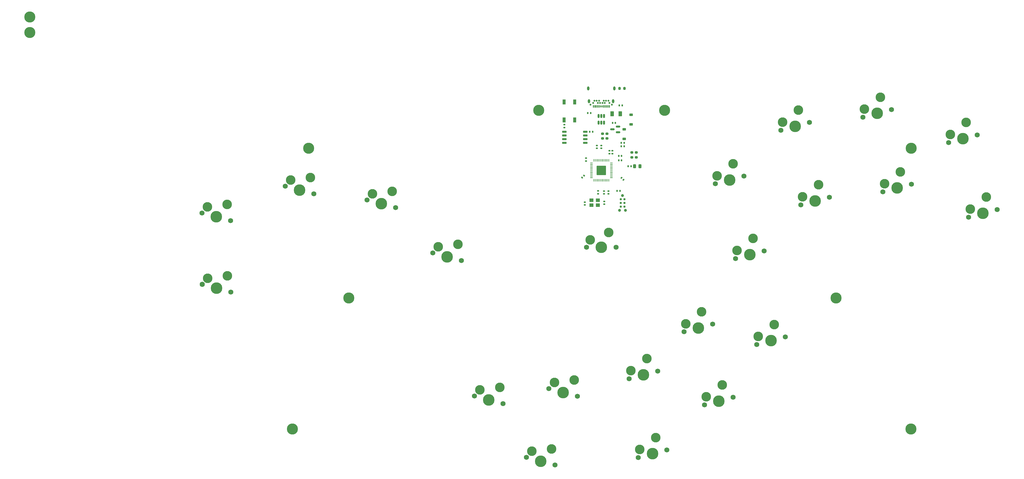
<source format=gts>
G04 #@! TF.GenerationSoftware,KiCad,Pcbnew,(7.0.0)*
G04 #@! TF.CreationDate,2023-04-19T14:41:35-07:00*
G04 #@! TF.ProjectId,OpenRectangle,4f70656e-5265-4637-9461-6e676c652e6b,rev?*
G04 #@! TF.SameCoordinates,Original*
G04 #@! TF.FileFunction,Soldermask,Top*
G04 #@! TF.FilePolarity,Negative*
%FSLAX46Y46*%
G04 Gerber Fmt 4.6, Leading zero omitted, Abs format (unit mm)*
G04 Created by KiCad (PCBNEW (7.0.0)) date 2023-04-19 14:41:35*
%MOMM*%
%LPD*%
G01*
G04 APERTURE LIST*
G04 Aperture macros list*
%AMRoundRect*
0 Rectangle with rounded corners*
0 $1 Rounding radius*
0 $2 $3 $4 $5 $6 $7 $8 $9 X,Y pos of 4 corners*
0 Add a 4 corners polygon primitive as box body*
4,1,4,$2,$3,$4,$5,$6,$7,$8,$9,$2,$3,0*
0 Add four circle primitives for the rounded corners*
1,1,$1+$1,$2,$3*
1,1,$1+$1,$4,$5*
1,1,$1+$1,$6,$7*
1,1,$1+$1,$8,$9*
0 Add four rect primitives between the rounded corners*
20,1,$1+$1,$2,$3,$4,$5,0*
20,1,$1+$1,$4,$5,$6,$7,0*
20,1,$1+$1,$6,$7,$8,$9,0*
20,1,$1+$1,$8,$9,$2,$3,0*%
G04 Aperture macros list end*
%ADD10RoundRect,0.200000X0.275000X-0.200000X0.275000X0.200000X-0.275000X0.200000X-0.275000X-0.200000X0*%
%ADD11C,3.800000*%
%ADD12C,1.750000*%
%ADD13C,3.987800*%
%ADD14R,1.100000X1.800000*%
%ADD15RoundRect,0.140000X0.170000X-0.140000X0.170000X0.140000X-0.170000X0.140000X-0.170000X-0.140000X0*%
%ADD16RoundRect,0.200000X-0.275000X0.200000X-0.275000X-0.200000X0.275000X-0.200000X0.275000X0.200000X0*%
%ADD17RoundRect,0.150000X0.587500X0.150000X-0.587500X0.150000X-0.587500X-0.150000X0.587500X-0.150000X0*%
%ADD18RoundRect,0.140000X0.140000X0.170000X-0.140000X0.170000X-0.140000X-0.170000X0.140000X-0.170000X0*%
%ADD19RoundRect,0.135000X-0.135000X-0.185000X0.135000X-0.185000X0.135000X0.185000X-0.135000X0.185000X0*%
%ADD20RoundRect,0.140000X-0.219203X-0.021213X-0.021213X-0.219203X0.219203X0.021213X0.021213X0.219203X0*%
%ADD21RoundRect,0.135000X0.135000X0.185000X-0.135000X0.185000X-0.135000X-0.185000X0.135000X-0.185000X0*%
%ADD22R,1.400000X1.200000*%
%ADD23RoundRect,0.140000X-0.021213X0.219203X-0.219203X0.021213X0.021213X-0.219203X0.219203X-0.021213X0*%
%ADD24RoundRect,0.250000X-0.375000X-0.625000X0.375000X-0.625000X0.375000X0.625000X-0.375000X0.625000X0*%
%ADD25RoundRect,0.225000X0.375000X-0.225000X0.375000X0.225000X-0.375000X0.225000X-0.375000X-0.225000X0*%
%ADD26RoundRect,0.200000X0.200000X0.275000X-0.200000X0.275000X-0.200000X-0.275000X0.200000X-0.275000X0*%
%ADD27RoundRect,0.140000X-0.140000X-0.170000X0.140000X-0.170000X0.140000X0.170000X-0.140000X0.170000X0*%
%ADD28RoundRect,0.243750X0.243750X0.456250X-0.243750X0.456250X-0.243750X-0.456250X0.243750X-0.456250X0*%
%ADD29RoundRect,0.135000X0.185000X-0.135000X0.185000X0.135000X-0.185000X0.135000X-0.185000X-0.135000X0*%
%ADD30RoundRect,0.140000X-0.170000X0.140000X-0.170000X-0.140000X0.170000X-0.140000X0.170000X0.140000X0*%
%ADD31C,3.300000*%
%ADD32RoundRect,0.135000X-0.185000X0.135000X-0.185000X-0.135000X0.185000X-0.135000X0.185000X0.135000X0*%
%ADD33C,0.990600*%
%ADD34C,0.787400*%
%ADD35RoundRect,0.050000X-0.387500X-0.050000X0.387500X-0.050000X0.387500X0.050000X-0.387500X0.050000X0*%
%ADD36RoundRect,0.050000X-0.050000X-0.387500X0.050000X-0.387500X0.050000X0.387500X-0.050000X0.387500X0*%
%ADD37RoundRect,0.144000X-1.456000X-1.456000X1.456000X-1.456000X1.456000X1.456000X-1.456000X1.456000X0*%
%ADD38RoundRect,0.150000X-0.150000X0.512500X-0.150000X-0.512500X0.150000X-0.512500X0.150000X0.512500X0*%
%ADD39C,0.650000*%
%ADD40R,0.300000X0.900000*%
%ADD41R,0.300000X0.700000*%
%ADD42O,0.800000X1.400000*%
%ADD43RoundRect,0.150000X-0.650000X-0.150000X0.650000X-0.150000X0.650000X0.150000X-0.650000X0.150000X0*%
G04 APERTURE END LIST*
D10*
X210570000Y-50425000D03*
X210570000Y-48775000D03*
D11*
X2175000Y-7525000D03*
X2175000Y-2175000D03*
D12*
X180566194Y-129950398D03*
D13*
X185473097Y-131265199D03*
D12*
X190380000Y-132580000D03*
X71246229Y-96716953D03*
D13*
X66339326Y-95402152D03*
D12*
X61432423Y-94087351D03*
D11*
X279275000Y-98760000D03*
X305060000Y-47313383D03*
D12*
X327742471Y-42697106D03*
D13*
X322835568Y-44011907D03*
D12*
X317928665Y-45326708D03*
X254489870Y-82578572D03*
D13*
X249582967Y-83893373D03*
D12*
X244676064Y-85208174D03*
X305158570Y-59663744D03*
D13*
X300251667Y-60978545D03*
D12*
X295344764Y-62293346D03*
X261782026Y-112162746D03*
D13*
X256875123Y-113477547D03*
D12*
X251968220Y-114792348D03*
D14*
X189459999Y-31399999D03*
X189459999Y-37599999D03*
X185759999Y-31399999D03*
X185759999Y-37599999D03*
D11*
X111765000Y-98760000D03*
D15*
X193344750Y-51676018D03*
X193344750Y-50716018D03*
D16*
X209030000Y-48780000D03*
X209030000Y-50430000D03*
D12*
X127836345Y-67688339D03*
D13*
X122929442Y-66373538D03*
D12*
X118022539Y-65058737D03*
X182618206Y-156222187D03*
D13*
X177711303Y-154907386D03*
D12*
X172804400Y-153592585D03*
X71102880Y-72186923D03*
D13*
X66195977Y-70872122D03*
D12*
X61289074Y-69557321D03*
X298262576Y-33994532D03*
D13*
X293355673Y-35309333D03*
D12*
X288448770Y-36624134D03*
D17*
X204290000Y-41770000D03*
X204290000Y-39870000D03*
X202415000Y-40820000D03*
D18*
X203380000Y-38580000D03*
X202420000Y-38580000D03*
D19*
X207820000Y-53510000D03*
X208840000Y-53510000D03*
D12*
X276999756Y-64128928D03*
D13*
X272092853Y-65443729D03*
D12*
X267185950Y-66758530D03*
X217983085Y-123898637D03*
D13*
X213076182Y-125213438D03*
D12*
X208169279Y-126528239D03*
D20*
X205546589Y-57476482D03*
X206225411Y-58155304D03*
D21*
X194940000Y-35230000D03*
X193920000Y-35230000D03*
D11*
X92395000Y-143800000D03*
D22*
X197393999Y-65189249D03*
X195193999Y-65189249D03*
X195193999Y-66889249D03*
X197393999Y-66889249D03*
D23*
X192668161Y-56698607D03*
X191989339Y-57377429D03*
D12*
X203658500Y-81326866D03*
D13*
X198578500Y-81326866D03*
D12*
X193498500Y-81326866D03*
D15*
X199567750Y-66535018D03*
X199567750Y-65575018D03*
D24*
X202310000Y-35460000D03*
X205110000Y-35460000D03*
D25*
X208830000Y-39130000D03*
X208830000Y-35830000D03*
D26*
X206520000Y-26720000D03*
X204870000Y-26720000D03*
D18*
X206400000Y-45425000D03*
X205440000Y-45425000D03*
D27*
X205440000Y-46625000D03*
X206400000Y-46625000D03*
D28*
X211895000Y-53500000D03*
X210020000Y-53500000D03*
D15*
X201345750Y-49136018D03*
X201345750Y-48176018D03*
D29*
X197437000Y-62993250D03*
X197437000Y-61973250D03*
D30*
X200993000Y-62003250D03*
X200993000Y-62963250D03*
D27*
X204577000Y-49910250D03*
X205537000Y-49910250D03*
D31*
X70070000Y-91180000D03*
X63278971Y-91989951D03*
D12*
X61394845Y-94114702D03*
D13*
X66301748Y-95429503D03*
D12*
X71208651Y-96744304D03*
X247594135Y-56910326D03*
D13*
X242687232Y-58225127D03*
D12*
X237780329Y-59539928D03*
D15*
X202361750Y-49136018D03*
X202361750Y-48176018D03*
D27*
X194620000Y-41640000D03*
X195580000Y-41640000D03*
D30*
X192865000Y-65829018D03*
X192865000Y-66789018D03*
D12*
X236815468Y-107794159D03*
D13*
X231908565Y-109108960D03*
D12*
X227001662Y-110423761D03*
X164784598Y-135118417D03*
D13*
X159877695Y-133803616D03*
D12*
X154970792Y-132488815D03*
D16*
X200540000Y-42315000D03*
X200540000Y-43965000D03*
D12*
X150458438Y-85927864D03*
D13*
X145551535Y-84613063D03*
D12*
X140644632Y-83298262D03*
D32*
X185850000Y-39210000D03*
X185850000Y-40230000D03*
D11*
X98000000Y-47313383D03*
D12*
X270103762Y-38459716D03*
D13*
X265196859Y-39774517D03*
D12*
X260289956Y-41089318D03*
X99741012Y-62982380D03*
D13*
X94834109Y-61667579D03*
D12*
X89927206Y-60352778D03*
D16*
X199010000Y-42315000D03*
X199010000Y-43965000D03*
D15*
X198580000Y-47342250D03*
X198580000Y-46382250D03*
D33*
X205850000Y-63580000D03*
X206866000Y-68660000D03*
X204834000Y-68660000D03*
D34*
X205215000Y-64850000D03*
X206485000Y-64850000D03*
X205215000Y-66120000D03*
X206485000Y-66120000D03*
X205215000Y-67390000D03*
X206485000Y-67390000D03*
D25*
X206450000Y-44060000D03*
X206450000Y-40760000D03*
D11*
X304995000Y-143800000D03*
D30*
X199469000Y-62003250D03*
X199469000Y-62963250D03*
D12*
X221054357Y-151021034D03*
D13*
X216147454Y-152335835D03*
D12*
X211240551Y-153650636D03*
D35*
X195142500Y-52295000D03*
X195142500Y-52695000D03*
X195142500Y-53095000D03*
X195142500Y-53495000D03*
X195142500Y-53895000D03*
X195142500Y-54295000D03*
X195142500Y-54695000D03*
X195142500Y-55095000D03*
X195142500Y-55495000D03*
X195142500Y-55895000D03*
X195142500Y-56295000D03*
X195142500Y-56695000D03*
X195142500Y-57095000D03*
X195142500Y-57495000D03*
D36*
X195980000Y-58332500D03*
X196380000Y-58332500D03*
X196780000Y-58332500D03*
X197180000Y-58332500D03*
X197580000Y-58332500D03*
X197980000Y-58332500D03*
X198380000Y-58332500D03*
X198780000Y-58332500D03*
X199180000Y-58332500D03*
X199580000Y-58332500D03*
X199980000Y-58332500D03*
X200380000Y-58332500D03*
X200780000Y-58332500D03*
X201180000Y-58332500D03*
D35*
X202017500Y-57495000D03*
X202017500Y-57095000D03*
X202017500Y-56695000D03*
X202017500Y-56295000D03*
X202017500Y-55895000D03*
X202017500Y-55495000D03*
X202017500Y-55095000D03*
X202017500Y-54695000D03*
X202017500Y-54295000D03*
X202017500Y-53895000D03*
X202017500Y-53495000D03*
X202017500Y-53095000D03*
X202017500Y-52695000D03*
X202017500Y-52295000D03*
D36*
X201180000Y-51457500D03*
X200780000Y-51457500D03*
X200380000Y-51457500D03*
X199980000Y-51457500D03*
X199580000Y-51457500D03*
X199180000Y-51457500D03*
X198780000Y-51457500D03*
X198380000Y-51457500D03*
X197980000Y-51457500D03*
X197580000Y-51457500D03*
X197180000Y-51457500D03*
X196780000Y-51457500D03*
X196380000Y-51457500D03*
X195980000Y-51457500D03*
D37*
X198580000Y-54895000D03*
D15*
X197056000Y-47342250D03*
X197056000Y-46382250D03*
D12*
X243886740Y-132916556D03*
D13*
X238979837Y-134231357D03*
D12*
X234072934Y-135546158D03*
D11*
X220290000Y-34240000D03*
X177100000Y-34240000D03*
D12*
X334638465Y-68366318D03*
D13*
X329731562Y-69681119D03*
D12*
X324824659Y-70995920D03*
D21*
X205010000Y-61930000D03*
X203990000Y-61930000D03*
D38*
X199530000Y-36212500D03*
X198580000Y-36212500D03*
X197630000Y-36212500D03*
X197630000Y-38487500D03*
X198580000Y-38487500D03*
X199530000Y-38487500D03*
D12*
X190385554Y-132579105D03*
D13*
X185478651Y-131264304D03*
D12*
X180571748Y-129949503D03*
D31*
X182455874Y-127824752D03*
X189246903Y-127014801D03*
D27*
X204577000Y-51434250D03*
X205537000Y-51434250D03*
D19*
X204750000Y-32570000D03*
X205770000Y-32570000D03*
D39*
X202178500Y-32360000D03*
X194828500Y-32360000D03*
D40*
X201328499Y-32919999D03*
X200828499Y-32919999D03*
X200328499Y-32919999D03*
X199828499Y-32919999D03*
X199328499Y-32919999D03*
D41*
X198828499Y-32919999D03*
X198328499Y-32919999D03*
D40*
X197828499Y-32919999D03*
X197328499Y-32919999D03*
X196828499Y-32919999D03*
X196328499Y-32919999D03*
X195828499Y-32919999D03*
D39*
X195778500Y-31710000D03*
X196178500Y-31010000D03*
X196978500Y-31010000D03*
X197378500Y-31710000D03*
X197778500Y-31010000D03*
X198178500Y-31710000D03*
X198978500Y-31710000D03*
X199378500Y-31010000D03*
X199778500Y-31710000D03*
X200178500Y-31010000D03*
X200978500Y-31010000D03*
X201378500Y-31710000D03*
D42*
X203068499Y-26719999D03*
X202633499Y-31109999D03*
X194373499Y-31109999D03*
X194088499Y-26719999D03*
D43*
X185850000Y-41645000D03*
X185850000Y-42915000D03*
X185850000Y-44185000D03*
X185850000Y-45455000D03*
X193050000Y-45455000D03*
X193050000Y-44185000D03*
X193050000Y-42915000D03*
X193050000Y-41645000D03*
D12*
X71102880Y-72186923D03*
D13*
X66195977Y-70872122D03*
D12*
X61289074Y-69557321D03*
D31*
X63173200Y-67432570D03*
X69964229Y-66622619D03*
D12*
X247594135Y-56910326D03*
D13*
X242687232Y-58225127D03*
D12*
X237780329Y-59539928D03*
D31*
X238349654Y-56757776D03*
X243825883Y-52660823D03*
D12*
X254489870Y-82578572D03*
D13*
X249582967Y-83893373D03*
D12*
X244676064Y-85208174D03*
D31*
X245245389Y-82426022D03*
X250721618Y-78329069D03*
D12*
X203658500Y-81326866D03*
D13*
X198578500Y-81326866D03*
D12*
X193498500Y-81326866D03*
D31*
X194768500Y-78786866D03*
X201118500Y-76246866D03*
D12*
X217983085Y-123898637D03*
D13*
X213076182Y-125213438D03*
D12*
X208169279Y-126528239D03*
D31*
X208738604Y-123746087D03*
X214214833Y-119649134D03*
D12*
X99741012Y-62982380D03*
D13*
X94834109Y-61667579D03*
D12*
X89927206Y-60352778D03*
D31*
X91811332Y-58228027D03*
X98602361Y-57418076D03*
D12*
X261782026Y-112162746D03*
D13*
X256875123Y-113477547D03*
D12*
X251968220Y-114792348D03*
D31*
X252537545Y-112010196D03*
X258013774Y-107913243D03*
D12*
X150458438Y-85927864D03*
D13*
X145551535Y-84613063D03*
D12*
X140644632Y-83298262D03*
D31*
X142528758Y-81173511D03*
X149319787Y-80363560D03*
D12*
X270103762Y-38459716D03*
D13*
X265196859Y-39774517D03*
D12*
X260289956Y-41089318D03*
D31*
X260859281Y-38307166D03*
X266335510Y-34210213D03*
D12*
X127836345Y-67688339D03*
D13*
X122929442Y-66373538D03*
D12*
X118022539Y-65058737D03*
D31*
X119906665Y-62933986D03*
X126697694Y-62124035D03*
D12*
X221054357Y-151021034D03*
D13*
X216147454Y-152335835D03*
D12*
X211240551Y-153650636D03*
D31*
X211809876Y-150868484D03*
X217286105Y-146771531D03*
D12*
X182618206Y-156222187D03*
D13*
X177711303Y-154907386D03*
D12*
X172804400Y-153592585D03*
D31*
X174688526Y-151467834D03*
X181479555Y-150657883D03*
D12*
X164784598Y-135118417D03*
D13*
X159877695Y-133803616D03*
D12*
X154970792Y-132488815D03*
D31*
X156854918Y-130364064D03*
X163645947Y-129554113D03*
D12*
X305158570Y-59663744D03*
D13*
X300251667Y-60978545D03*
D12*
X295344764Y-62293346D03*
D31*
X295914089Y-59511194D03*
X301390318Y-55414241D03*
D12*
X327742471Y-42697106D03*
D13*
X322835568Y-44011907D03*
D12*
X317928665Y-45326708D03*
D31*
X318497990Y-42544556D03*
X323974219Y-38447603D03*
D12*
X243886740Y-132916556D03*
D13*
X238979837Y-134231357D03*
D12*
X234072934Y-135546158D03*
D31*
X234642259Y-132764006D03*
X240118488Y-128667053D03*
D12*
X276999756Y-64128928D03*
D13*
X272092853Y-65443729D03*
D12*
X267185950Y-66758530D03*
D31*
X267755275Y-63976378D03*
X273231504Y-59879425D03*
D12*
X334638465Y-68366318D03*
D13*
X329731562Y-69681119D03*
D12*
X324824659Y-70995920D03*
D31*
X325393984Y-68213768D03*
X330870213Y-64116815D03*
D12*
X298262576Y-33994532D03*
D13*
X293355673Y-35309333D03*
D12*
X288448770Y-36624134D03*
D31*
X289018095Y-33841982D03*
X294494324Y-29745029D03*
D12*
X236815468Y-107794159D03*
D13*
X231908565Y-109108960D03*
D12*
X227001662Y-110423761D03*
D31*
X227570987Y-107641609D03*
X233047216Y-103544656D03*
M02*

</source>
